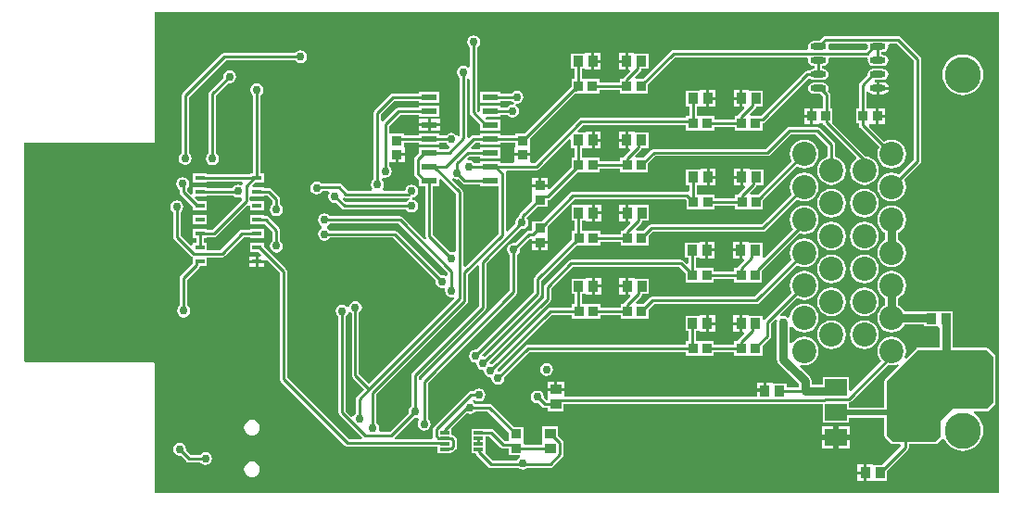
<source format=gbl>
G04*
G04 #@! TF.GenerationSoftware,Altium Limited,Altium Designer,20.0.11 (256)*
G04*
G04 Layer_Physical_Order=2*
G04 Layer_Color=16711680*
%FSLAX25Y25*%
%MOIN*%
G70*
G01*
G75*
%ADD13C,0.01000*%
%ADD16R,0.03543X0.03937*%
%ADD17R,0.03937X0.03543*%
%ADD26R,0.03740X0.03347*%
%ADD27R,0.03347X0.03740*%
%ADD28R,0.03500X0.01654*%
%ADD29R,0.05709X0.02362*%
%ADD30O,0.05709X0.02362*%
%ADD60C,0.03000*%
%ADD61C,0.12992*%
%ADD62C,0.08661*%
%ADD63C,0.03000*%
%ADD64R,0.07874X0.05906*%
%ADD65R,0.07874X0.14961*%
%ADD66R,0.03543X0.01181*%
%ADD67C,0.02000*%
G36*
X398984Y1020D02*
X95304D01*
Y47244D01*
X95242Y47556D01*
X95065Y47821D01*
X94800Y47998D01*
X94488Y48060D01*
X48759D01*
X48264Y48555D01*
X48265Y126940D01*
X94488D01*
X94800Y127002D01*
X95065Y127179D01*
X95242Y127444D01*
X95304Y127756D01*
Y173980D01*
X398984D01*
Y1020D01*
D02*
G37*
%LPC*%
G36*
X255528Y159268D02*
X253256D01*
Y156799D01*
X255528D01*
Y159268D01*
D02*
G37*
G36*
X264362D02*
X262090D01*
Y156799D01*
X264362D01*
Y159268D01*
D02*
G37*
G36*
X147638Y160268D02*
X146740Y160090D01*
X145980Y159581D01*
X145757Y159249D01*
X120128D01*
X119621Y159148D01*
X119191Y158861D01*
X105164Y144834D01*
X104877Y144404D01*
X104776Y143896D01*
Y123250D01*
X104443Y123028D01*
X103935Y122267D01*
X103756Y121370D01*
X103935Y120472D01*
X104443Y119712D01*
X105204Y119203D01*
X106101Y119025D01*
X106999Y119203D01*
X107759Y119712D01*
X108268Y120472D01*
X108446Y121370D01*
X108268Y122267D01*
X107759Y123028D01*
X107427Y123250D01*
Y143347D01*
X120677Y156598D01*
X145757D01*
X145980Y156265D01*
X146740Y155757D01*
X147638Y155578D01*
X148535Y155757D01*
X149296Y156265D01*
X149804Y157026D01*
X149983Y157923D01*
X149804Y158821D01*
X149296Y159581D01*
X148535Y160090D01*
X147638Y160268D01*
D02*
G37*
G36*
X264362Y155799D02*
X262090D01*
Y153331D01*
X264362D01*
Y155799D01*
D02*
G37*
G36*
X255528D02*
X253256D01*
Y153331D01*
X255528D01*
Y155799D01*
D02*
G37*
G36*
X122131Y153132D02*
X121233Y152954D01*
X120472Y152446D01*
X119964Y151685D01*
X119786Y150787D01*
X119864Y150395D01*
X114933Y145464D01*
X114646Y145034D01*
X114545Y144527D01*
Y123140D01*
X114212Y122918D01*
X113704Y122157D01*
X113525Y121260D01*
X113704Y120362D01*
X114212Y119602D01*
X114973Y119093D01*
X115870Y118915D01*
X116768Y119093D01*
X117529Y119602D01*
X118037Y120362D01*
X118216Y121260D01*
X118037Y122157D01*
X117529Y122918D01*
X117196Y123140D01*
Y143978D01*
X121738Y148520D01*
X122131Y148442D01*
X123028Y148621D01*
X123789Y149129D01*
X124297Y149890D01*
X124476Y150787D01*
X124297Y151685D01*
X123789Y152446D01*
X123028Y152954D01*
X122131Y153132D01*
D02*
G37*
G36*
X356988Y148858D02*
X355815D01*
Y147134D01*
X359113D01*
X359043Y147485D01*
X358561Y148206D01*
X357839Y148688D01*
X356988Y148858D01*
D02*
G37*
G36*
X359113Y146134D02*
X355815D01*
Y144410D01*
X356988D01*
X357839Y144579D01*
X358561Y145061D01*
X359043Y145783D01*
X359113Y146134D01*
D02*
G37*
G36*
X356988Y153654D02*
X353642D01*
X352869Y153500D01*
X352213Y153062D01*
X351776Y152407D01*
X351622Y151634D01*
X351646Y151513D01*
X348866Y148732D01*
X348579Y148302D01*
X348478Y147795D01*
Y139284D01*
X347428D01*
Y133944D01*
X348478D01*
Y133366D01*
X348579Y132859D01*
X348866Y132429D01*
X355763Y125532D01*
X355755Y125521D01*
X355238Y124273D01*
X355061Y122933D01*
X355238Y121594D01*
X355755Y120346D01*
X356577Y119274D01*
X357649Y118451D01*
X358897Y117934D01*
X360236Y117758D01*
X361576Y117934D01*
X362824Y118451D01*
X363896Y119274D01*
X364718Y120346D01*
X365235Y121594D01*
X365411Y122933D01*
X365235Y124273D01*
X364718Y125521D01*
X363896Y126592D01*
X362824Y127415D01*
X361576Y127932D01*
X360236Y128108D01*
X358897Y127932D01*
X357649Y127415D01*
X357638Y127406D01*
X352273Y132771D01*
X352315Y133718D01*
X352346Y133744D01*
X354520D01*
Y136614D01*
Y139484D01*
X352346D01*
Y139284D01*
X351129D01*
Y145209D01*
X351829Y145422D01*
X352069Y145061D01*
X352791Y144579D01*
X353642Y144410D01*
X354815D01*
Y146634D01*
Y148858D01*
X354404D01*
X354326Y148918D01*
X354061Y149558D01*
X354118Y149614D01*
X356988D01*
X357761Y149768D01*
X358417Y150206D01*
X358854Y150861D01*
X359008Y151634D01*
X358854Y152407D01*
X358417Y153062D01*
X357761Y153500D01*
X356988Y153654D01*
D02*
G37*
G36*
X385827Y158808D02*
X384397Y158667D01*
X383021Y158250D01*
X381754Y157572D01*
X380643Y156660D01*
X379731Y155550D01*
X379053Y154282D01*
X378636Y152907D01*
X378495Y151476D01*
X378636Y150046D01*
X379053Y148671D01*
X379731Y147403D01*
X380643Y146292D01*
X381754Y145381D01*
X383021Y144703D01*
X384397Y144286D01*
X385827Y144145D01*
X387257Y144286D01*
X388632Y144703D01*
X389900Y145381D01*
X391011Y146292D01*
X391923Y147403D01*
X392600Y148671D01*
X393017Y150046D01*
X393158Y151476D01*
X393017Y152907D01*
X392600Y154282D01*
X391923Y155550D01*
X391011Y156660D01*
X389900Y157572D01*
X388632Y158250D01*
X387257Y158667D01*
X385827Y158808D01*
D02*
G37*
G36*
X335531Y148654D02*
X332185D01*
X331412Y148500D01*
X330757Y148062D01*
X330319Y147407D01*
X330165Y146634D01*
X330319Y145861D01*
X330757Y145206D01*
X331412Y144768D01*
X332185Y144614D01*
X334548D01*
X335486Y143676D01*
Y139284D01*
X334071D01*
Y139484D01*
X331898D01*
Y136614D01*
Y133744D01*
X334071D01*
Y133944D01*
X335566D01*
X335587Y133843D01*
X335874Y133413D01*
X347415Y121872D01*
X347369Y121174D01*
X346734Y120687D01*
X345912Y119615D01*
X345395Y118367D01*
X345219Y117028D01*
X345395Y115688D01*
X345912Y114440D01*
X346734Y113368D01*
X347806Y112546D01*
X349054Y112029D01*
X350394Y111853D01*
X351733Y112029D01*
X352981Y112546D01*
X354053Y113368D01*
X354875Y114440D01*
X355392Y115688D01*
X355569Y117028D01*
X355392Y118367D01*
X354875Y119615D01*
X354053Y120687D01*
X352981Y121509D01*
X351733Y122026D01*
X350900Y122136D01*
X338989Y134047D01*
Y139284D01*
X338137D01*
Y144225D01*
X338137Y144225D01*
X338036Y144732D01*
X337748Y145162D01*
X337258Y145652D01*
X337398Y145861D01*
X337551Y146634D01*
X337398Y147407D01*
X336960Y148062D01*
X336304Y148500D01*
X335531Y148654D01*
D02*
G37*
G36*
X357693Y139484D02*
X355520D01*
Y137114D01*
X357693D01*
Y139484D01*
D02*
G37*
G36*
X330898Y139484D02*
X328724D01*
Y137114D01*
X330898D01*
Y139484D01*
D02*
G37*
G36*
X197752Y135626D02*
X194398D01*
Y133945D01*
X197752D01*
Y135626D01*
D02*
G37*
G36*
X193398D02*
X190043D01*
Y133945D01*
X193398D01*
Y135626D01*
D02*
G37*
G36*
X357693Y136114D02*
X355520D01*
Y133744D01*
X357693D01*
Y136114D01*
D02*
G37*
G36*
X330898Y136114D02*
X328724D01*
Y133744D01*
X330898D01*
Y136114D01*
D02*
G37*
G36*
X197752Y132945D02*
X194398D01*
Y131264D01*
X197752D01*
Y132945D01*
D02*
G37*
G36*
X193398D02*
X190043D01*
Y131264D01*
X193398D01*
Y132945D01*
D02*
G37*
G36*
X255626Y130921D02*
X253354D01*
Y128453D01*
X255626D01*
Y130921D01*
D02*
G37*
G36*
X264461D02*
X262189D01*
Y128453D01*
X264461D01*
Y130921D01*
D02*
G37*
G36*
Y127453D02*
X262189D01*
Y124984D01*
X264461D01*
Y127453D01*
D02*
G37*
G36*
X255626D02*
X253354D01*
Y124984D01*
X255626D01*
Y127453D01*
D02*
G37*
G36*
X185153Y122236D02*
X182783D01*
Y120063D01*
X185153D01*
Y122236D01*
D02*
G37*
G36*
X131890Y148408D02*
X130992Y148230D01*
X130231Y147721D01*
X129723Y146960D01*
X129545Y146063D01*
X129723Y145166D01*
X130231Y144405D01*
X130564Y144182D01*
Y115938D01*
X129340D01*
Y115637D01*
X113967D01*
Y115938D01*
X108867D01*
Y112684D01*
X113967D01*
Y112986D01*
X126367D01*
X126799Y112285D01*
X126624Y111920D01*
X126094Y111714D01*
X125197Y111892D01*
X124299Y111714D01*
X123539Y111205D01*
X123159Y110636D01*
X113967D01*
Y110938D01*
X108867D01*
Y108727D01*
X108221Y108459D01*
X106874Y109806D01*
Y110621D01*
X107332Y111307D01*
X107511Y112205D01*
X107332Y113102D01*
X106824Y113863D01*
X106063Y114371D01*
X105166Y114550D01*
X104268Y114371D01*
X103508Y113863D01*
X102999Y113102D01*
X102821Y112205D01*
X102999Y111307D01*
X103508Y110547D01*
X104223Y110069D01*
Y109257D01*
X104324Y108749D01*
X104611Y108319D01*
X108867Y104063D01*
Y102684D01*
X113967D01*
Y105938D01*
X110742D01*
X109642Y107037D01*
X109910Y107684D01*
X113967D01*
Y107986D01*
X123474D01*
X123539Y107889D01*
X124299Y107381D01*
X125197Y107202D01*
X125840Y107330D01*
X126468Y106910D01*
X126525Y106352D01*
X115809Y95636D01*
X113967D01*
Y95938D01*
X108867D01*
Y92684D01*
X110092D01*
Y90938D01*
X108867D01*
Y90235D01*
X108221Y89967D01*
X104475Y93713D01*
Y102057D01*
X104808Y102279D01*
X105316Y103040D01*
X105495Y103937D01*
X105316Y104834D01*
X104808Y105595D01*
X104047Y106104D01*
X103150Y106282D01*
X102252Y106104D01*
X101491Y105595D01*
X100983Y104834D01*
X100804Y103937D01*
X100983Y103040D01*
X101491Y102279D01*
X101824Y102057D01*
Y93164D01*
X101925Y92656D01*
X102212Y92226D01*
X108192Y86247D01*
X108622Y85960D01*
X108867Y85911D01*
Y84112D01*
X108842Y83984D01*
Y83610D01*
X104575Y79343D01*
X104287Y78913D01*
X104186Y78405D01*
Y68416D01*
X103854Y68194D01*
X103345Y67433D01*
X103167Y66535D01*
X103345Y65638D01*
X103854Y64877D01*
X104614Y64369D01*
X105512Y64190D01*
X106409Y64369D01*
X107170Y64877D01*
X107678Y65638D01*
X107857Y66535D01*
X107678Y67433D01*
X107170Y68194D01*
X106837Y68416D01*
Y77856D01*
X111105Y82124D01*
X111392Y82554D01*
X111418Y82684D01*
X113967D01*
Y85859D01*
X119468D01*
X119975Y85960D01*
X120405Y86247D01*
X127144Y92986D01*
X129340D01*
Y92684D01*
X134440D01*
Y95938D01*
X129340D01*
Y95636D01*
X126594D01*
X126087Y95536D01*
X125657Y95248D01*
X118919Y88510D01*
X113967D01*
Y90938D01*
X112743D01*
Y92684D01*
X113967D01*
Y92986D01*
X116358D01*
X116866Y93086D01*
X117296Y93374D01*
X128640Y104718D01*
X129340Y104428D01*
Y102684D01*
X134440D01*
Y105938D01*
X130017D01*
X129340Y105949D01*
X129322Y106631D01*
Y106992D01*
X129340Y107684D01*
X134440D01*
Y107986D01*
X135711D01*
X137552Y106144D01*
Y104833D01*
X137220Y104611D01*
X136711Y103850D01*
X136533Y102953D01*
X136711Y102055D01*
X137220Y101295D01*
X137980Y100786D01*
X138878Y100608D01*
X139775Y100786D01*
X140536Y101295D01*
X141044Y102055D01*
X141223Y102953D01*
X141044Y103850D01*
X140536Y104611D01*
X140203Y104833D01*
Y106693D01*
X140103Y107200D01*
X139815Y107630D01*
X137197Y110248D01*
X136767Y110536D01*
X136260Y110636D01*
X134440D01*
Y110938D01*
X130382D01*
X130114Y111584D01*
X131214Y112684D01*
X134440D01*
Y115938D01*
X133215D01*
Y144182D01*
X133548Y144405D01*
X134056Y145166D01*
X134235Y146063D01*
X134056Y146960D01*
X133548Y147721D01*
X132787Y148230D01*
X131890Y148408D01*
D02*
G37*
G36*
X209842Y165583D02*
X208945Y165405D01*
X208184Y164896D01*
X207676Y164136D01*
X207498Y163238D01*
X207676Y162341D01*
X208184Y161580D01*
X208517Y161358D01*
Y154424D01*
X208318Y154281D01*
X207817Y154114D01*
X207197Y154529D01*
X206299Y154707D01*
X205402Y154529D01*
X204641Y154020D01*
X204133Y153260D01*
X203954Y152362D01*
X204133Y151465D01*
X204641Y150704D01*
X204974Y150482D01*
Y129651D01*
X204679Y129434D01*
X203799Y129600D01*
X203627Y129857D01*
X202866Y130365D01*
X201969Y130544D01*
X201071Y130365D01*
X200310Y129857D01*
X200170Y129647D01*
X197552D01*
Y130426D01*
X190243D01*
Y129770D01*
X184953D01*
Y130328D01*
X180077D01*
X179613Y130328D01*
X179377Y130930D01*
Y133014D01*
X183482Y137119D01*
X190243D01*
Y136464D01*
X197552D01*
Y140426D01*
X190243D01*
Y139770D01*
X182933D01*
X182933Y139770D01*
X182426Y139670D01*
X181996Y139382D01*
X177277Y134663D01*
X176634Y134874D01*
X176577Y134919D01*
Y137285D01*
X181411Y142119D01*
X190243D01*
Y141464D01*
X197552D01*
Y145426D01*
X190243D01*
Y144770D01*
X180862D01*
X180355Y144669D01*
X179925Y144382D01*
X174314Y138771D01*
X174027Y138341D01*
X173926Y137834D01*
Y113790D01*
X173593Y113568D01*
X173085Y112807D01*
X172906Y111909D01*
X173085Y111012D01*
X173397Y110544D01*
X173038Y109844D01*
X164471D01*
X162409Y111907D01*
X161979Y112194D01*
X161472Y112295D01*
X155066D01*
X155005Y112387D01*
X154244Y112895D01*
X153347Y113073D01*
X152449Y112895D01*
X151688Y112387D01*
X151180Y111626D01*
X151001Y110728D01*
X151180Y109831D01*
X151688Y109070D01*
X152449Y108562D01*
X153347Y108383D01*
X154244Y108562D01*
X155005Y109070D01*
X155388Y109644D01*
X157647D01*
X158021Y108944D01*
X157774Y108575D01*
X157596Y107677D01*
X157774Y106780D01*
X158283Y106019D01*
X159044Y105511D01*
X159941Y105332D01*
X160333Y105410D01*
X162449Y103295D01*
X162879Y103008D01*
X163386Y102907D01*
X185619D01*
X185842Y102574D01*
X186603Y102066D01*
X187500Y101887D01*
X188397Y102066D01*
X189158Y102574D01*
X189667Y103335D01*
X189845Y104232D01*
X189667Y105130D01*
X189158Y105891D01*
X188397Y106399D01*
X187939Y106490D01*
X187746Y106550D01*
X187723Y106558D01*
X187723Y107247D01*
X187957Y107293D01*
X188397Y107381D01*
X189158Y107889D01*
X189667Y108650D01*
X189845Y109547D01*
X189667Y110445D01*
X189158Y111205D01*
X188397Y111714D01*
X187500Y111892D01*
X186603Y111714D01*
X185842Y111205D01*
X185333Y110445D01*
X185214Y109844D01*
X177464D01*
X177105Y110544D01*
X177418Y111012D01*
X177596Y111909D01*
X177418Y112807D01*
X176909Y113568D01*
X176935Y113992D01*
X177606Y114476D01*
X178051Y114387D01*
X178949Y114566D01*
X179709Y115074D01*
X180218Y115835D01*
X180396Y116732D01*
X180218Y117630D01*
X179709Y118391D01*
X179377Y118613D01*
Y119378D01*
X179413Y120063D01*
X180077Y120063D01*
X181783D01*
Y122736D01*
X182283D01*
Y123236D01*
X185153D01*
Y125409D01*
X184953D01*
Y127119D01*
X190243D01*
Y126464D01*
X197552D01*
Y126996D01*
X200006D01*
X200310Y126541D01*
X200967Y126102D01*
X201202Y125347D01*
X200625Y124770D01*
X197552D01*
Y125426D01*
X190243D01*
Y123338D01*
X188806Y121901D01*
X188519Y121471D01*
X188418Y120964D01*
Y115926D01*
X188519Y115419D01*
X188806Y114989D01*
X190243Y113551D01*
Y111464D01*
X192572D01*
Y93504D01*
X192673Y92997D01*
X192960Y92567D01*
X192455Y92097D01*
X184402Y100150D01*
X183972Y100437D01*
X183465Y100538D01*
X158081D01*
X157859Y100871D01*
X157098Y101379D01*
X156201Y101558D01*
X155303Y101379D01*
X154543Y100871D01*
X154034Y100110D01*
X153856Y99213D01*
X154034Y98315D01*
X154543Y97554D01*
X155272Y97067D01*
X155303Y96849D01*
Y96556D01*
X155272Y96339D01*
X154543Y95851D01*
X154034Y95090D01*
X153856Y94193D01*
X154034Y93296D01*
X154543Y92535D01*
X155303Y92026D01*
X156201Y91848D01*
X157098Y92026D01*
X157859Y92535D01*
X158081Y92867D01*
X180835D01*
X196158Y77544D01*
X196080Y77152D01*
X196259Y76254D01*
X196767Y75494D01*
X197528Y74985D01*
X198425Y74807D01*
X199072Y74936D01*
X199598Y74466D01*
X199638Y74389D01*
X199525Y73819D01*
X199704Y72922D01*
X200212Y72161D01*
X200973Y71652D01*
X201870Y71474D01*
X202616Y71622D01*
X202999Y71113D01*
X203029Y71045D01*
X172285Y40301D01*
X168648Y43937D01*
Y65934D01*
X168981Y66157D01*
X169489Y66918D01*
X169668Y67815D01*
X169489Y68712D01*
X168981Y69473D01*
X168220Y69981D01*
X167323Y70160D01*
X166425Y69981D01*
X165665Y69473D01*
X165156Y68712D01*
X165048Y68170D01*
X164305Y68022D01*
X164257Y68095D01*
X163496Y68604D01*
X162598Y68782D01*
X161701Y68604D01*
X160940Y68095D01*
X160432Y67334D01*
X160253Y66437D01*
X160432Y65540D01*
X160940Y64779D01*
X161273Y64556D01*
Y29899D01*
X161374Y29391D01*
X161661Y28961D01*
X169720Y20903D01*
X169582Y20386D01*
X169454Y20203D01*
X165136D01*
X142664Y42675D01*
Y80785D01*
X142664Y80785D01*
X142563Y81293D01*
X142276Y81723D01*
X134440Y89559D01*
Y90938D01*
X129340D01*
Y87684D01*
X132565D01*
X133465Y86784D01*
X133197Y86138D01*
X132390D01*
Y84811D01*
X134920D01*
X135286Y84963D01*
X140013Y80236D01*
Y42126D01*
X140114Y41619D01*
X140401Y41189D01*
X163650Y17940D01*
X164080Y17653D01*
X164587Y17552D01*
X196838D01*
Y15440D01*
X201981D01*
Y15635D01*
X202227Y15684D01*
X202657Y15971D01*
X203418Y16733D01*
X203706Y17163D01*
X203807Y17670D01*
Y19928D01*
X203706Y20436D01*
X203418Y20865D01*
X202657Y21627D01*
X202227Y21914D01*
X201981Y21963D01*
Y24127D01*
X201981D01*
X201867Y24402D01*
X207320Y29855D01*
X207666Y29625D01*
X208563Y29446D01*
X209460Y29625D01*
X210221Y30133D01*
X210443Y30466D01*
X214904D01*
X222527Y22843D01*
X222527Y19771D01*
X221887Y19625D01*
X221085D01*
X217036Y23674D01*
X216606Y23961D01*
X216099Y24062D01*
X214186D01*
Y24127D01*
X209043D01*
Y19377D01*
Y15440D01*
X210547D01*
X210587Y15241D01*
X210874Y14811D01*
X215205Y10480D01*
X215634Y10193D01*
X216142Y10092D01*
X225992D01*
X226662Y9645D01*
X227559Y9466D01*
X228456Y9645D01*
X229126Y10092D01*
X237390D01*
X237897Y10193D01*
X238327Y10480D01*
X241862Y14015D01*
X242149Y14445D01*
X242250Y14952D01*
Y19103D01*
X242149Y19610D01*
X241862Y20040D01*
X240865Y21036D01*
X240664Y21171D01*
X240190Y21645D01*
Y24914D01*
X234653D01*
Y20299D01*
X234653Y19771D01*
X234653D01*
Y19599D01*
X234653D01*
Y18451D01*
X228362D01*
X227867Y18946D01*
X227867Y19599D01*
X227867Y20299D01*
Y24717D01*
X224401D01*
X216390Y32729D01*
X215960Y33016D01*
X215453Y33117D01*
X210443D01*
X210221Y33450D01*
X209773Y33749D01*
X209596Y34444D01*
X210153Y34562D01*
X210914Y34054D01*
X211811Y33875D01*
X212708Y34054D01*
X213469Y34562D01*
X213978Y35323D01*
X214156Y36220D01*
X213978Y37118D01*
X213469Y37879D01*
X212708Y38387D01*
X211811Y38565D01*
X210914Y38387D01*
X210153Y37879D01*
X209930Y37546D01*
X208693D01*
X208186Y37445D01*
X207756Y37158D01*
X195401Y24803D01*
X195113Y24373D01*
X195012Y23865D01*
Y21607D01*
X195113Y21100D01*
X195245Y20903D01*
X194936Y20203D01*
X181606D01*
X181478Y20386D01*
X181340Y20903D01*
X188387Y27950D01*
X188779Y27872D01*
X189668Y28048D01*
X189703Y28031D01*
X190280Y27611D01*
X190286Y27321D01*
X189861Y26685D01*
X189682Y25787D01*
X189861Y24890D01*
X190369Y24129D01*
X191130Y23621D01*
X192028Y23442D01*
X192925Y23621D01*
X193686Y24129D01*
X194194Y24890D01*
X194373Y25787D01*
X194194Y26685D01*
X193686Y27446D01*
X193353Y27668D01*
Y40543D01*
X225248Y72439D01*
X225536Y72869D01*
X225637Y73376D01*
Y86801D01*
X225969Y87023D01*
X226478Y87784D01*
X226656Y88681D01*
X226578Y89074D01*
X230091Y92587D01*
X230791Y92300D01*
Y91642D01*
X236531D01*
Y93815D01*
X236332D01*
Y96859D01*
X246120Y106647D01*
X286065D01*
X286503Y106209D01*
Y102940D01*
X290921D01*
X291450Y102940D01*
X292150Y102940D01*
X296568D01*
Y104285D01*
X303924D01*
Y102940D01*
X308343D01*
X308871Y102940D01*
X309571Y102940D01*
X313989D01*
Y106406D01*
X326086Y118503D01*
X326153Y118451D01*
X327401Y117934D01*
X328740Y117758D01*
X330080Y117934D01*
X331328Y118451D01*
X332399Y119274D01*
X333222Y120346D01*
X333739Y121594D01*
X333915Y122933D01*
X333739Y124273D01*
X333222Y125521D01*
X332399Y126592D01*
X331328Y127415D01*
X330080Y127932D01*
X328740Y128108D01*
X327401Y127932D01*
X326153Y127415D01*
X325081Y126592D01*
X324258Y125521D01*
X323742Y124273D01*
X323565Y122933D01*
X323742Y121594D01*
X324235Y120401D01*
X312115Y108280D01*
X309570D01*
X309280Y108980D01*
X311280Y110980D01*
X311567Y111410D01*
X311644Y111798D01*
X314186D01*
Y117335D01*
X309071D01*
Y117535D01*
X306799D01*
Y114567D01*
Y111598D01*
X307235D01*
X307502Y110952D01*
X305460Y108910D01*
X305173Y108480D01*
X305133Y108280D01*
X303924D01*
Y106936D01*
X296568D01*
Y108280D01*
X292150D01*
X291621Y108280D01*
X290921Y108280D01*
X290203D01*
Y111798D01*
X291421D01*
Y111598D01*
X293693D01*
Y114567D01*
Y117535D01*
X291421D01*
Y117335D01*
X286306D01*
Y111798D01*
X287552D01*
Y109751D01*
X287456Y109626D01*
X286853Y109250D01*
X286614Y109298D01*
X245571D01*
X245064Y109197D01*
X244634Y108910D01*
X234457Y98733D01*
X230991D01*
Y95661D01*
X230771Y95440D01*
X229745D01*
X229238Y95340D01*
X228808Y95052D01*
X224704Y90948D01*
X224311Y91026D01*
X223414Y90848D01*
X222653Y90339D01*
X222145Y89578D01*
X221966Y88681D01*
X222145Y87784D01*
X222653Y87023D01*
X222986Y86801D01*
Y73925D01*
X191090Y42030D01*
X190803Y41600D01*
X190105Y41679D01*
Y42870D01*
X213958Y66723D01*
X214245Y67153D01*
X214346Y67660D01*
Y83633D01*
X226773Y96060D01*
X227165Y95982D01*
X228063Y96160D01*
X228824Y96669D01*
X229332Y97429D01*
X229510Y98327D01*
X229332Y99224D01*
X228873Y99910D01*
Y100031D01*
X232866Y104023D01*
X236332D01*
Y106344D01*
X236508D01*
X237015Y106445D01*
X237445Y106732D01*
X247039Y116326D01*
X249583D01*
X250111Y116326D01*
X250811Y116326D01*
X255229D01*
Y117671D01*
X262586D01*
Y116326D01*
X267004D01*
X267532Y116326D01*
X268232Y116326D01*
X272650D01*
Y119595D01*
X275254Y122198D01*
X315551D01*
X316058Y122299D01*
X316488Y122586D01*
X324073Y130171D01*
X332800D01*
X337257Y125713D01*
Y122028D01*
X337243Y122026D01*
X335995Y121509D01*
X334923Y120687D01*
X334101Y119615D01*
X333584Y118367D01*
X333408Y117028D01*
X333584Y115688D01*
X334101Y114440D01*
X334923Y113368D01*
X335995Y112546D01*
X337243Y112029D01*
X338583Y111853D01*
X339922Y112029D01*
X341170Y112546D01*
X342242Y113368D01*
X343064Y114440D01*
X343581Y115688D01*
X343758Y117028D01*
X343581Y118367D01*
X343064Y119615D01*
X342242Y120687D01*
X341170Y121509D01*
X339922Y122026D01*
X339908Y122028D01*
Y126262D01*
X339807Y126769D01*
X339520Y127199D01*
X334286Y132433D01*
X333856Y132721D01*
X333349Y132822D01*
X323524D01*
X323016Y132721D01*
X322586Y132433D01*
X315002Y124849D01*
X274705D01*
X274198Y124748D01*
X273767Y124461D01*
X270973Y121666D01*
X268231D01*
X267941Y122366D01*
X269941Y124366D01*
X270229Y124796D01*
X270306Y125184D01*
X272847D01*
Y130721D01*
X267732D01*
Y130921D01*
X265461D01*
Y127953D01*
X264961D01*
D01*
X265461D01*
Y124984D01*
X265896D01*
X266164Y124337D01*
X264122Y122295D01*
X263835Y121865D01*
X263795Y121666D01*
X262586D01*
Y120322D01*
X255229D01*
Y121666D01*
X250811D01*
X250283Y121666D01*
X249583Y121666D01*
X248865D01*
Y125184D01*
X250083D01*
Y124984D01*
X252354D01*
Y127953D01*
Y130921D01*
X250083D01*
Y130721D01*
X247518D01*
X247251Y131368D01*
X249203Y133320D01*
X286306D01*
Y131287D01*
X290724D01*
X291253Y131287D01*
X291953Y131287D01*
X296371D01*
Y132631D01*
X303728D01*
Y131287D01*
X308146D01*
X308674Y131287D01*
X309374Y131287D01*
X313792D01*
Y134025D01*
X314180Y134102D01*
X314611Y134389D01*
X330120Y149899D01*
X330757Y150206D01*
X331412Y149768D01*
X332185Y149614D01*
X335531D01*
X336304Y149768D01*
X336960Y150206D01*
X337398Y150861D01*
X337551Y151634D01*
X337398Y152407D01*
X336960Y153062D01*
X336304Y153500D01*
X335531Y153654D01*
X335184D01*
Y154614D01*
X335531D01*
X336304Y154768D01*
X336960Y155206D01*
X337398Y155861D01*
X337551Y156634D01*
X337457Y157108D01*
X337907Y157808D01*
X351202D01*
X351374Y157688D01*
X351526Y157518D01*
X351728Y157168D01*
X351622Y156634D01*
X351776Y155861D01*
X352213Y155206D01*
X352869Y154768D01*
X353642Y154614D01*
X356988D01*
X357761Y154768D01*
X358417Y155206D01*
X358854Y155861D01*
X359008Y156634D01*
X358854Y157407D01*
X358417Y158062D01*
X357761Y158500D01*
X356988Y158654D01*
X356640D01*
Y159614D01*
X356988D01*
X357761Y159768D01*
X358417Y160206D01*
X358854Y160861D01*
X359008Y161634D01*
X358917Y162090D01*
X359377Y162789D01*
X362108D01*
X368261Y156636D01*
Y121021D01*
X362835Y115595D01*
X362824Y115604D01*
X361576Y116121D01*
X360236Y116297D01*
X358897Y116121D01*
X357649Y115604D01*
X356577Y114781D01*
X355755Y113709D01*
X355238Y112461D01*
X355061Y111122D01*
X355238Y109783D01*
X355755Y108535D01*
X356577Y107463D01*
X357649Y106640D01*
X358897Y106123D01*
X360236Y105947D01*
X361576Y106123D01*
X362824Y106640D01*
X363896Y107463D01*
X364718Y108535D01*
X365235Y109783D01*
X365411Y111122D01*
X365235Y112461D01*
X364718Y113709D01*
X364709Y113721D01*
X370524Y119535D01*
X370811Y119965D01*
X370912Y120472D01*
Y157185D01*
X370811Y157692D01*
X370524Y158122D01*
X363594Y165052D01*
X363164Y165340D01*
X362657Y165440D01*
X336339D01*
X336339Y165440D01*
X335832Y165340D01*
X335402Y165052D01*
X334004Y163654D01*
X332185D01*
X331412Y163500D01*
X330757Y163062D01*
X330319Y162407D01*
X330165Y161634D01*
X330259Y161159D01*
X329809Y160459D01*
X281673D01*
X281166Y160358D01*
X280736Y160071D01*
X270677Y150013D01*
X268133D01*
X267843Y150713D01*
X269843Y152712D01*
X270130Y153142D01*
X270207Y153531D01*
X272749D01*
Y159068D01*
X267634D01*
Y159268D01*
X265362D01*
Y156299D01*
Y153331D01*
X265797D01*
X266065Y152684D01*
X264023Y150642D01*
X263736Y150212D01*
X263696Y150013D01*
X262487D01*
Y148668D01*
X255131D01*
Y150013D01*
X250713D01*
X250184Y150013D01*
X249484Y150013D01*
X248766D01*
Y153531D01*
X249984D01*
Y153331D01*
X252256D01*
Y156299D01*
Y159268D01*
X249984D01*
Y159068D01*
X244869D01*
Y153531D01*
X246115D01*
Y150013D01*
X245066D01*
Y147128D01*
X244740Y146910D01*
X228158Y130328D01*
X224692D01*
Y129770D01*
X219599D01*
Y130426D01*
X212291D01*
Y129770D01*
X209921D01*
X209414Y129669D01*
X208984Y129382D01*
X208325Y128723D01*
X207625Y129013D01*
Y149936D01*
X207817Y150077D01*
X208517Y149722D01*
Y137874D01*
X208618Y137367D01*
X208905Y136937D01*
X212291Y133552D01*
Y131464D01*
X219599D01*
Y135426D01*
X214298D01*
X214024Y135771D01*
X214334Y136464D01*
X219599D01*
Y137119D01*
X221997D01*
X222220Y136787D01*
X222980Y136278D01*
X223878Y136100D01*
X224775Y136278D01*
X225536Y136787D01*
X226045Y137548D01*
X226223Y138445D01*
X226045Y139342D01*
X225536Y140103D01*
X224968Y140482D01*
X225241Y141142D01*
X225453Y141100D01*
X226350Y141278D01*
X227111Y141787D01*
X227619Y142548D01*
X227798Y143445D01*
X227619Y144342D01*
X227111Y145103D01*
X226350Y145611D01*
X225453Y145790D01*
X224555Y145611D01*
X223795Y145103D01*
X223572Y144770D01*
X219599D01*
Y145426D01*
X212291D01*
Y141464D01*
X219599D01*
Y142119D01*
X223572D01*
X223795Y141787D01*
X224362Y141407D01*
X224089Y140748D01*
X223878Y140790D01*
X222980Y140611D01*
X222220Y140103D01*
X221997Y139770D01*
X219599D01*
Y140426D01*
X212291D01*
Y138215D01*
X211644Y137947D01*
X211168Y138423D01*
Y161358D01*
X211501Y161580D01*
X212009Y162341D01*
X212188Y163238D01*
X212009Y164136D01*
X211501Y164896D01*
X210740Y165405D01*
X209842Y165583D01*
D02*
G37*
G36*
X296965Y117535D02*
X294693D01*
Y115067D01*
X296965D01*
Y117535D01*
D02*
G37*
G36*
X305799D02*
X303528D01*
Y115067D01*
X305799D01*
Y117535D01*
D02*
G37*
G36*
Y114067D02*
X303528D01*
Y111598D01*
X305799D01*
Y114067D01*
D02*
G37*
G36*
X296965D02*
X294693D01*
Y111598D01*
X296965D01*
Y114067D01*
D02*
G37*
G36*
X328740Y116297D02*
X327401Y116121D01*
X326153Y115604D01*
X325081Y114781D01*
X324258Y113709D01*
X323742Y112461D01*
X323565Y111122D01*
X323742Y109783D01*
X324258Y108535D01*
X324267Y108523D01*
X313329Y97585D01*
X273721D01*
X273213Y97484D01*
X272783Y97197D01*
X271071Y95485D01*
X268330D01*
X268040Y96185D01*
X270040Y98185D01*
X270327Y98615D01*
X270404Y99003D01*
X272946D01*
Y104540D01*
X267831D01*
Y104740D01*
X265559D01*
Y101772D01*
Y98803D01*
X265994D01*
X266262Y98156D01*
X264220Y96114D01*
X263933Y95684D01*
X263893Y95485D01*
X262684D01*
Y94140D01*
X255328D01*
Y95485D01*
X250909D01*
X250381Y95485D01*
X249681Y95485D01*
X248963D01*
Y99003D01*
X250181D01*
Y98803D01*
X252453D01*
Y101772D01*
Y104740D01*
X250181D01*
Y104540D01*
X245066D01*
Y99003D01*
X246312D01*
Y95485D01*
X245263D01*
Y92216D01*
X232035Y78988D01*
X231748Y78558D01*
X231647Y78051D01*
Y73285D01*
X210924Y52562D01*
X210531Y52640D01*
X209634Y52462D01*
X208873Y51954D01*
X208365Y51193D01*
X208187Y50295D01*
X208365Y49398D01*
X208873Y48637D01*
X209634Y48129D01*
X210239Y48008D01*
X210664Y47741D01*
X210932Y47316D01*
X211052Y46711D01*
X211560Y45950D01*
X212321Y45442D01*
X212926Y45321D01*
X213351Y45053D01*
X213619Y44629D01*
X213739Y44024D01*
X214247Y43263D01*
X215008Y42755D01*
X215905Y42576D01*
X216248Y42234D01*
X216426Y41337D01*
X216934Y40576D01*
X217695Y40068D01*
X218593Y39889D01*
X219490Y40068D01*
X220251Y40576D01*
X220759Y41337D01*
X220938Y42234D01*
X220860Y42627D01*
X229959Y51726D01*
X286208D01*
Y50381D01*
X290626D01*
X291154Y50381D01*
X291854Y50381D01*
X296272D01*
Y51726D01*
X303629D01*
Y50381D01*
X308047D01*
X308576Y50381D01*
X309276Y50381D01*
X313694D01*
Y53847D01*
X316390Y56543D01*
X316677Y56973D01*
X316778Y57480D01*
Y61853D01*
X318486Y63560D01*
X318554Y63531D01*
X319063Y63147D01*
X318915Y62402D01*
Y49114D01*
X319093Y48217D01*
X319602Y47456D01*
X326789Y40269D01*
Y39022D01*
X322453D01*
Y40465D01*
X317339D01*
Y40665D01*
X315067D01*
Y37697D01*
X314567D01*
Y37197D01*
X311795D01*
Y35570D01*
X242339D01*
Y37787D01*
X239370D01*
X236402D01*
Y35516D01*
X236602D01*
Y34492D01*
X235902Y34378D01*
X235043Y35237D01*
X235121Y35630D01*
X234942Y36527D01*
X234434Y37288D01*
X233673Y37797D01*
X232776Y37975D01*
X231878Y37797D01*
X231117Y37288D01*
X230609Y36527D01*
X230431Y35630D01*
X230609Y34732D01*
X231117Y33972D01*
X231878Y33463D01*
X232776Y33285D01*
X233168Y33363D01*
X234496Y32035D01*
X234926Y31748D01*
X235433Y31647D01*
X236602D01*
Y30401D01*
X242139D01*
Y32919D01*
X335519D01*
Y26267D01*
X344993D01*
Y28184D01*
X357649D01*
Y21759D01*
X357649Y21759D01*
X357711Y21447D01*
X357888Y21182D01*
X357888Y21182D01*
X360257Y18813D01*
X360257Y18813D01*
X360521Y18636D01*
X360834Y18574D01*
X360834Y18574D01*
X363264D01*
X363539Y17874D01*
X356701Y11036D01*
X353461D01*
Y11236D01*
X351189D01*
Y8268D01*
Y5299D01*
X353461D01*
Y5499D01*
X358576D01*
Y9162D01*
X365996Y16582D01*
X366284Y17012D01*
X366385Y17520D01*
Y18574D01*
X375984D01*
X375984Y18574D01*
X376296Y18636D01*
X376561Y18813D01*
X376561Y18813D01*
X378356Y20607D01*
X378561Y20640D01*
X378966Y20584D01*
X379176Y20489D01*
X379731Y19451D01*
X380643Y18340D01*
X381754Y17428D01*
X383021Y16750D01*
X384397Y16333D01*
X385827Y16192D01*
X387257Y16333D01*
X388632Y16750D01*
X389900Y17428D01*
X391011Y18340D01*
X391923Y19451D01*
X392600Y20718D01*
X393017Y22093D01*
X393158Y23524D01*
X393017Y24954D01*
X392600Y26329D01*
X391923Y27597D01*
X391011Y28708D01*
X389900Y29619D01*
X389777Y29685D01*
X389952Y30385D01*
X394587Y30385D01*
X394587Y30385D01*
X394899Y30447D01*
X395163Y30624D01*
X395163Y30624D01*
X397329Y32789D01*
X397329Y32789D01*
X397505Y33054D01*
X397568Y33366D01*
X397568Y33366D01*
X397568Y50000D01*
X397568Y50000D01*
X397505Y50312D01*
X397329Y50577D01*
X397329Y50577D01*
X394868Y53037D01*
X394868Y53037D01*
X394603Y53214D01*
X394291Y53276D01*
X394291Y53276D01*
X382069Y53276D01*
Y60913D01*
X382296D01*
Y66450D01*
X377681D01*
X377153Y66450D01*
X376453Y66450D01*
X371838D01*
Y66223D01*
X364818D01*
X364718Y66465D01*
X363896Y67537D01*
X362824Y68360D01*
X362581Y68460D01*
Y71107D01*
X362824Y71207D01*
X363896Y72030D01*
X364718Y73102D01*
X365235Y74350D01*
X365411Y75689D01*
X365235Y77028D01*
X364718Y78276D01*
X363896Y79348D01*
X362824Y80171D01*
X361576Y80688D01*
X360236Y80864D01*
X358897Y80688D01*
X357649Y80171D01*
X356577Y79348D01*
X355755Y78276D01*
X355238Y77028D01*
X355061Y75689D01*
X355238Y74350D01*
X355755Y73102D01*
X356577Y72030D01*
X357649Y71207D01*
X357891Y71107D01*
Y68460D01*
X357649Y68360D01*
X356577Y67537D01*
X355755Y66465D01*
X355238Y65217D01*
X355061Y63878D01*
X355238Y62539D01*
X355755Y61291D01*
X356577Y60219D01*
X357649Y59396D01*
X358897Y58879D01*
X360236Y58703D01*
X361576Y58879D01*
X362824Y59396D01*
X363896Y60219D01*
X364718Y61291D01*
X364818Y61533D01*
X371838D01*
Y60913D01*
X376453D01*
X376981Y60913D01*
X377379Y60378D01*
Y53276D01*
X369587Y53276D01*
X369587Y53276D01*
X369274Y53214D01*
X369010Y53037D01*
X365492Y49520D01*
X364899Y49916D01*
X365235Y50728D01*
X365411Y52067D01*
X365235Y53406D01*
X364718Y54654D01*
X363896Y55726D01*
X362824Y56549D01*
X361576Y57066D01*
X360236Y57242D01*
X358897Y57066D01*
X357649Y56549D01*
X356577Y55726D01*
X355755Y54654D01*
X355238Y53406D01*
X355061Y52067D01*
X355238Y50728D01*
X355755Y49479D01*
X356519Y48484D01*
X345640Y37605D01*
X344993Y37873D01*
Y42828D01*
X335519D01*
Y40042D01*
X331479D01*
Y41240D01*
X331479Y41240D01*
X331300Y42138D01*
X330792Y42898D01*
X330792Y42898D01*
X327317Y46373D01*
X327644Y47036D01*
X328740Y46892D01*
X330080Y47068D01*
X331328Y47585D01*
X332399Y48408D01*
X333222Y49479D01*
X333739Y50728D01*
X333915Y52067D01*
X333739Y53406D01*
X333222Y54654D01*
X332399Y55726D01*
X331328Y56549D01*
X330080Y57066D01*
X328740Y57242D01*
X327401Y57066D01*
X326153Y56549D01*
X325081Y55726D01*
X324688Y55214D01*
X323739Y55100D01*
X323605Y55206D01*
Y60739D01*
X323739Y60845D01*
X324688Y60731D01*
X325081Y60219D01*
X326153Y59396D01*
X327401Y58879D01*
X328740Y58703D01*
X330080Y58879D01*
X331328Y59396D01*
X332399Y60219D01*
X333222Y61291D01*
X333739Y62539D01*
X333915Y63878D01*
X333739Y65217D01*
X333222Y66465D01*
X332399Y67537D01*
X331328Y68360D01*
X330080Y68877D01*
X328740Y69053D01*
X327401Y68877D01*
X326153Y68360D01*
X325081Y67537D01*
X324258Y66465D01*
X323742Y65217D01*
X323617Y64273D01*
X322918Y64060D01*
X322157Y64568D01*
X321260Y64747D01*
X320514Y64598D01*
X320130Y65108D01*
X320101Y65176D01*
X326142Y71216D01*
X326153Y71207D01*
X327401Y70690D01*
X328740Y70514D01*
X330080Y70690D01*
X331328Y71207D01*
X332399Y72030D01*
X333222Y73102D01*
X333739Y74350D01*
X333915Y75689D01*
X333739Y77028D01*
X333222Y78276D01*
X332399Y79348D01*
X331328Y80171D01*
X330080Y80688D01*
X328740Y80864D01*
X327401Y80688D01*
X326153Y80171D01*
X325081Y79348D01*
X324258Y78276D01*
X323742Y77028D01*
X323565Y75689D01*
X323742Y74350D01*
X324258Y73102D01*
X324267Y73090D01*
X314591Y63414D01*
X314281Y63461D01*
X313891Y63664D01*
Y64776D01*
X308776D01*
Y64976D01*
X306504D01*
Y62008D01*
Y59039D01*
X306939D01*
X307207Y58393D01*
X305165Y56351D01*
X304878Y55921D01*
X304838Y55721D01*
X303629D01*
Y54377D01*
X296272D01*
Y55721D01*
X291854D01*
X291326Y55721D01*
X290626Y55721D01*
X289908D01*
Y59239D01*
X291126D01*
Y59039D01*
X293398D01*
Y62008D01*
Y64976D01*
X291126D01*
Y64776D01*
X286011D01*
Y59239D01*
X287257D01*
Y55721D01*
X286208D01*
Y54377D01*
X229410D01*
X228902Y54276D01*
X228472Y53988D01*
X219221Y44738D01*
X218653Y44813D01*
X218351Y45492D01*
X237970Y65112D01*
X245263D01*
Y63767D01*
X249681D01*
X250209Y63767D01*
X250909Y63767D01*
X255328D01*
Y65112D01*
X262684D01*
Y63767D01*
X267102D01*
X267631Y63767D01*
X268331Y63767D01*
X272749D01*
Y67036D01*
X274663Y68950D01*
X311516D01*
X312023Y69051D01*
X312453Y69338D01*
X326142Y83027D01*
X326153Y83018D01*
X327401Y82501D01*
X328740Y82325D01*
X330080Y82501D01*
X331328Y83018D01*
X332399Y83841D01*
X333222Y84913D01*
X333739Y86161D01*
X333915Y87500D01*
X333739Y88839D01*
X333222Y90087D01*
X332399Y91159D01*
X331328Y91982D01*
X330080Y92499D01*
X328740Y92675D01*
X327401Y92499D01*
X326153Y91982D01*
X325081Y91159D01*
X324258Y90087D01*
X323742Y88839D01*
X323565Y87500D01*
X323742Y86161D01*
X324258Y84913D01*
X324267Y84901D01*
X310967Y71601D01*
X274114D01*
X273607Y71500D01*
X273177Y71213D01*
X271071Y69107D01*
X268330D01*
X268040Y69807D01*
X270040Y71807D01*
X270327Y72237D01*
X270404Y72625D01*
X272946D01*
Y78162D01*
X267831D01*
Y78362D01*
X265559D01*
Y75394D01*
Y72425D01*
X265994D01*
X266262Y71779D01*
X264220Y69736D01*
X263933Y69306D01*
X263893Y69107D01*
X262684D01*
Y67763D01*
X255328D01*
Y69107D01*
X250909D01*
X250381Y69107D01*
X249681Y69107D01*
X248963D01*
Y72625D01*
X250181D01*
Y72425D01*
X252453D01*
Y75394D01*
Y78362D01*
X250181D01*
Y78162D01*
X245066D01*
Y72625D01*
X246312D01*
Y69107D01*
X245263D01*
Y67763D01*
X237421D01*
X236914Y67662D01*
X236484Y67374D01*
X216452Y47343D01*
X215809Y47512D01*
X215640Y48155D01*
X237355Y69870D01*
X237642Y70300D01*
X237743Y70807D01*
Y74549D01*
X245431Y82237D01*
X283900D01*
X286109Y80028D01*
Y76759D01*
X290528D01*
X291056Y76759D01*
X291756Y76759D01*
X296174D01*
Y78104D01*
X303531D01*
Y76759D01*
X307949D01*
X308477Y76759D01*
X309177Y76759D01*
X313595D01*
Y80474D01*
X313621Y80602D01*
Y80939D01*
X327113Y94432D01*
X327401Y94312D01*
X328740Y94136D01*
X330080Y94312D01*
X331328Y94829D01*
X332399Y95652D01*
X333222Y96724D01*
X333739Y97972D01*
X333915Y99311D01*
X333739Y100650D01*
X333222Y101899D01*
X332399Y102970D01*
X331328Y103793D01*
X330080Y104310D01*
X328740Y104486D01*
X327401Y104310D01*
X326153Y103793D01*
X325081Y102970D01*
X324258Y101899D01*
X323742Y100650D01*
X323565Y99311D01*
X323742Y97972D01*
X324258Y96724D01*
X324865Y95933D01*
X314451Y85519D01*
X313792Y85849D01*
X313792Y86221D01*
Y91154D01*
X308677D01*
Y91354D01*
X306405D01*
Y88386D01*
Y85417D01*
X306841D01*
X307109Y84771D01*
X305067Y82729D01*
X304779Y82299D01*
X304740Y82099D01*
X303531D01*
Y80755D01*
X296174D01*
Y82099D01*
X291756D01*
X291228Y82099D01*
X290528Y82099D01*
X289810D01*
Y85617D01*
X291028D01*
Y85417D01*
X293299D01*
Y88386D01*
Y91354D01*
X291028D01*
Y91154D01*
X285913D01*
Y85617D01*
X287159D01*
Y83642D01*
X286512Y83374D01*
X285386Y84500D01*
X284956Y84788D01*
X284449Y84888D01*
X244882D01*
X244375Y84788D01*
X243945Y84500D01*
X235480Y76036D01*
X235193Y75606D01*
X235092Y75098D01*
Y71356D01*
X213765Y50030D01*
X213122Y50199D01*
X212953Y50842D01*
X233910Y71799D01*
X234197Y72229D01*
X234298Y72736D01*
Y77502D01*
X246941Y90145D01*
X249681D01*
X250209Y90145D01*
X250909Y90145D01*
X255328D01*
Y91489D01*
X262684D01*
Y90145D01*
X267102D01*
X267631Y90145D01*
X268331Y90145D01*
X272749D01*
Y93414D01*
X274270Y94934D01*
X313878D01*
X314385Y95035D01*
X314815Y95323D01*
X326142Y106649D01*
X326153Y106640D01*
X327401Y106123D01*
X328740Y105947D01*
X330080Y106123D01*
X331328Y106640D01*
X332399Y107463D01*
X333222Y108535D01*
X333739Y109783D01*
X333915Y111122D01*
X333739Y112461D01*
X333222Y113709D01*
X332399Y114781D01*
X331328Y115604D01*
X330080Y116121D01*
X328740Y116297D01*
D02*
G37*
G36*
X255724Y104740D02*
X253453D01*
Y102272D01*
X255724D01*
Y104740D01*
D02*
G37*
G36*
X264559D02*
X262287D01*
Y102272D01*
X264559D01*
Y104740D01*
D02*
G37*
G36*
X350394Y110391D02*
X349054Y110215D01*
X347806Y109698D01*
X346734Y108876D01*
X345912Y107804D01*
X345395Y106556D01*
X345219Y105217D01*
X345395Y103877D01*
X345912Y102629D01*
X346734Y101557D01*
X347806Y100735D01*
X349054Y100218D01*
X350394Y100041D01*
X351733Y100218D01*
X352981Y100735D01*
X354053Y101557D01*
X354875Y102629D01*
X355392Y103877D01*
X355569Y105217D01*
X355392Y106556D01*
X354875Y107804D01*
X354053Y108876D01*
X352981Y109698D01*
X351733Y110215D01*
X350394Y110391D01*
D02*
G37*
G36*
X338583D02*
X337243Y110215D01*
X335995Y109698D01*
X334923Y108876D01*
X334101Y107804D01*
X333584Y106556D01*
X333408Y105217D01*
X333584Y103877D01*
X334101Y102629D01*
X334923Y101557D01*
X335995Y100735D01*
X337243Y100218D01*
X338583Y100041D01*
X339922Y100218D01*
X341170Y100735D01*
X342242Y101557D01*
X343064Y102629D01*
X343581Y103877D01*
X343758Y105217D01*
X343581Y106556D01*
X343064Y107804D01*
X342242Y108876D01*
X341170Y109698D01*
X339922Y110215D01*
X338583Y110391D01*
D02*
G37*
G36*
X264559Y101272D02*
X262287D01*
Y98803D01*
X264559D01*
Y101272D01*
D02*
G37*
G36*
X255724D02*
X253453D01*
Y98803D01*
X255724D01*
Y101272D01*
D02*
G37*
G36*
X113967Y100938D02*
X108867D01*
Y97684D01*
X113967D01*
Y100938D01*
D02*
G37*
G36*
X296571Y91354D02*
X294299D01*
Y88886D01*
X296571D01*
Y91354D01*
D02*
G37*
G36*
X305405D02*
X303134D01*
Y88886D01*
X305405D01*
Y91354D01*
D02*
G37*
G36*
X236531Y90642D02*
X234161D01*
Y88468D01*
X236531D01*
Y90642D01*
D02*
G37*
G36*
X233161D02*
X230791D01*
Y88468D01*
X233161D01*
Y90642D01*
D02*
G37*
G36*
X350394Y98580D02*
X349054Y98404D01*
X347806Y97887D01*
X346734Y97065D01*
X345912Y95993D01*
X345395Y94745D01*
X345219Y93405D01*
X345395Y92066D01*
X345912Y90818D01*
X346734Y89746D01*
X347806Y88924D01*
X349054Y88407D01*
X350394Y88231D01*
X351733Y88407D01*
X352981Y88924D01*
X354053Y89746D01*
X354875Y90818D01*
X355392Y92066D01*
X355569Y93405D01*
X355392Y94745D01*
X354875Y95993D01*
X354053Y97065D01*
X352981Y97887D01*
X351733Y98404D01*
X350394Y98580D01*
D02*
G37*
G36*
X338583D02*
X337243Y98404D01*
X335995Y97887D01*
X334923Y97065D01*
X334101Y95993D01*
X333584Y94745D01*
X333408Y93405D01*
X333584Y92066D01*
X334101Y90818D01*
X334923Y89746D01*
X335995Y88924D01*
X337243Y88407D01*
X338583Y88231D01*
X339922Y88407D01*
X341170Y88924D01*
X342242Y89746D01*
X343064Y90818D01*
X343581Y92066D01*
X343758Y93405D01*
X343581Y94745D01*
X343064Y95993D01*
X342242Y97065D01*
X341170Y97887D01*
X339922Y98404D01*
X338583Y98580D01*
D02*
G37*
G36*
X134440Y100938D02*
X129340D01*
Y97684D01*
X134440D01*
Y97684D01*
X135067Y97509D01*
X137651Y94925D01*
Y91743D01*
X137318Y91520D01*
X136810Y90760D01*
X136631Y89862D01*
X136810Y88965D01*
X137318Y88204D01*
X138079Y87696D01*
X138976Y87517D01*
X139874Y87696D01*
X140635Y88204D01*
X141143Y88965D01*
X141321Y89862D01*
X141143Y90760D01*
X140635Y91520D01*
X140302Y91743D01*
Y95474D01*
X140201Y95982D01*
X139914Y96412D01*
X136077Y100248D01*
X135647Y100536D01*
X135140Y100636D01*
X134440D01*
Y100938D01*
D02*
G37*
G36*
X305405Y87886D02*
X303134D01*
Y85417D01*
X305405D01*
Y87886D01*
D02*
G37*
G36*
X296571D02*
X294299D01*
Y85417D01*
X296571D01*
Y87886D01*
D02*
G37*
G36*
X131390Y86138D02*
X129140D01*
Y84811D01*
X131390D01*
Y86138D01*
D02*
G37*
G36*
X134640Y83811D02*
X132390D01*
Y82484D01*
X134640D01*
Y83811D01*
D02*
G37*
G36*
X131390D02*
X129140D01*
Y82484D01*
X131390D01*
Y83811D01*
D02*
G37*
G36*
X360236Y104486D02*
X358897Y104310D01*
X357649Y103793D01*
X356577Y102970D01*
X355755Y101899D01*
X355238Y100650D01*
X355061Y99311D01*
X355238Y97972D01*
X355755Y96724D01*
X356577Y95652D01*
X357649Y94829D01*
X357891Y94729D01*
Y92082D01*
X357649Y91982D01*
X356577Y91159D01*
X355755Y90087D01*
X355238Y88839D01*
X355061Y87500D01*
X355238Y86161D01*
X355755Y84913D01*
X356577Y83841D01*
X357649Y83018D01*
X358897Y82501D01*
X360236Y82325D01*
X361576Y82501D01*
X362824Y83018D01*
X363896Y83841D01*
X364718Y84913D01*
X365235Y86161D01*
X365411Y87500D01*
X365235Y88839D01*
X364718Y90087D01*
X363896Y91159D01*
X362824Y91982D01*
X362581Y92082D01*
Y94729D01*
X362824Y94829D01*
X363896Y95652D01*
X364718Y96724D01*
X365235Y97972D01*
X365411Y99311D01*
X365235Y100650D01*
X364718Y101899D01*
X363896Y102970D01*
X362824Y103793D01*
X361576Y104310D01*
X360236Y104486D01*
D02*
G37*
G36*
X350394Y86769D02*
X349054Y86593D01*
X347806Y86076D01*
X346734Y85254D01*
X345912Y84182D01*
X345395Y82934D01*
X345219Y81595D01*
X345395Y80255D01*
X345912Y79007D01*
X346734Y77935D01*
X347806Y77113D01*
X349054Y76596D01*
X350394Y76420D01*
X351733Y76596D01*
X352981Y77113D01*
X354053Y77935D01*
X354875Y79007D01*
X355392Y80255D01*
X355569Y81595D01*
X355392Y82934D01*
X354875Y84182D01*
X354053Y85254D01*
X352981Y86076D01*
X351733Y86593D01*
X350394Y86769D01*
D02*
G37*
G36*
X338583D02*
X337243Y86593D01*
X335995Y86076D01*
X334923Y85254D01*
X334101Y84182D01*
X333584Y82934D01*
X333408Y81595D01*
X333584Y80255D01*
X334101Y79007D01*
X334923Y77935D01*
X335995Y77113D01*
X337243Y76596D01*
X338583Y76420D01*
X339922Y76596D01*
X341170Y77113D01*
X342242Y77935D01*
X343064Y79007D01*
X343581Y80255D01*
X343758Y81595D01*
X343581Y82934D01*
X343064Y84182D01*
X342242Y85254D01*
X341170Y86076D01*
X339922Y86593D01*
X338583Y86769D01*
D02*
G37*
G36*
X255724Y78362D02*
X253453D01*
Y75894D01*
X255724D01*
Y78362D01*
D02*
G37*
G36*
X264559D02*
X262287D01*
Y75894D01*
X264559D01*
Y78362D01*
D02*
G37*
G36*
Y74894D02*
X262287D01*
Y72425D01*
X264559D01*
Y74894D01*
D02*
G37*
G36*
X255724D02*
X253453D01*
Y72425D01*
X255724D01*
Y74894D01*
D02*
G37*
G36*
X350394Y74958D02*
X349054Y74782D01*
X347806Y74265D01*
X346734Y73443D01*
X345912Y72371D01*
X345395Y71123D01*
X345219Y69784D01*
X345395Y68444D01*
X345912Y67196D01*
X346734Y66124D01*
X347806Y65302D01*
X349054Y64785D01*
X350394Y64609D01*
X351733Y64785D01*
X352981Y65302D01*
X354053Y66124D01*
X354875Y67196D01*
X355392Y68444D01*
X355569Y69784D01*
X355392Y71123D01*
X354875Y72371D01*
X354053Y73443D01*
X352981Y74265D01*
X351733Y74782D01*
X350394Y74958D01*
D02*
G37*
G36*
X338583D02*
X337243Y74782D01*
X335995Y74265D01*
X334923Y73443D01*
X334101Y72371D01*
X333584Y71123D01*
X333408Y69784D01*
X333584Y68444D01*
X334101Y67196D01*
X334923Y66124D01*
X335995Y65302D01*
X337243Y64785D01*
X338583Y64609D01*
X339922Y64785D01*
X341170Y65302D01*
X342242Y66124D01*
X343064Y67196D01*
X343581Y68444D01*
X343758Y69784D01*
X343581Y71123D01*
X343064Y72371D01*
X342242Y73443D01*
X341170Y74265D01*
X339922Y74782D01*
X338583Y74958D01*
D02*
G37*
G36*
X296669Y64976D02*
X294398D01*
Y62508D01*
X296669D01*
Y64976D01*
D02*
G37*
G36*
X305504D02*
X303232D01*
Y62508D01*
X305504D01*
Y64976D01*
D02*
G37*
G36*
Y61508D02*
X303232D01*
Y59039D01*
X305504D01*
Y61508D01*
D02*
G37*
G36*
X296669D02*
X294398D01*
Y59039D01*
X296669D01*
Y61508D01*
D02*
G37*
G36*
X350394Y63147D02*
X349054Y62971D01*
X347806Y62454D01*
X346734Y61632D01*
X345912Y60560D01*
X345395Y59312D01*
X345219Y57972D01*
X345395Y56633D01*
X345912Y55385D01*
X346734Y54313D01*
X347806Y53491D01*
X349054Y52974D01*
X350394Y52798D01*
X351733Y52974D01*
X352981Y53491D01*
X354053Y54313D01*
X354875Y55385D01*
X355392Y56633D01*
X355569Y57972D01*
X355392Y59312D01*
X354875Y60560D01*
X354053Y61632D01*
X352981Y62454D01*
X351733Y62971D01*
X350394Y63147D01*
D02*
G37*
G36*
X338583D02*
X337243Y62971D01*
X335995Y62454D01*
X334923Y61632D01*
X334101Y60560D01*
X333584Y59312D01*
X333408Y57972D01*
X333584Y56633D01*
X334101Y55385D01*
X334923Y54313D01*
X335995Y53491D01*
X337243Y52974D01*
X338583Y52798D01*
X339922Y52974D01*
X341170Y53491D01*
X342242Y54313D01*
X343064Y55385D01*
X343581Y56633D01*
X343758Y57972D01*
X343581Y59312D01*
X343064Y60560D01*
X342242Y61632D01*
X341170Y62454D01*
X339922Y62971D01*
X338583Y63147D01*
D02*
G37*
G36*
X236024Y47818D02*
X235126Y47639D01*
X234365Y47131D01*
X233857Y46370D01*
X233679Y45472D01*
X233857Y44575D01*
X234365Y43814D01*
X235126Y43306D01*
X236024Y43127D01*
X236921Y43306D01*
X237682Y43814D01*
X238190Y44575D01*
X238369Y45472D01*
X238190Y46370D01*
X237682Y47131D01*
X236921Y47639D01*
X236024Y47818D01*
D02*
G37*
G36*
X242339Y41059D02*
X239870D01*
Y38787D01*
X242339D01*
Y41059D01*
D02*
G37*
G36*
X238870D02*
X236402D01*
Y38787D01*
X238870D01*
Y41059D01*
D02*
G37*
G36*
X314067Y40665D02*
X311795D01*
Y38197D01*
X314067D01*
Y40665D01*
D02*
G37*
G36*
X345193Y24917D02*
X341256D01*
Y21965D01*
X345193D01*
Y24917D01*
D02*
G37*
G36*
X339256D02*
X335319D01*
Y21965D01*
X339256D01*
Y24917D01*
D02*
G37*
G36*
X130118Y27320D02*
X129395Y27225D01*
X128722Y26946D01*
X128144Y26502D01*
X127700Y25924D01*
X127421Y25250D01*
X127326Y24528D01*
X127421Y23805D01*
X127700Y23131D01*
X128144Y22553D01*
X128722Y22109D01*
X129395Y21830D01*
X130118Y21735D01*
X130841Y21830D01*
X131514Y22109D01*
X132093Y22553D01*
X132536Y23131D01*
X132815Y23805D01*
X132911Y24528D01*
X132815Y25250D01*
X132536Y25924D01*
X132093Y26502D01*
X131514Y26946D01*
X130841Y27225D01*
X130118Y27320D01*
D02*
G37*
G36*
X345193Y19965D02*
X341256D01*
Y17012D01*
X345193D01*
Y19965D01*
D02*
G37*
G36*
X339256D02*
X335319D01*
Y17012D01*
X339256D01*
Y19965D01*
D02*
G37*
G36*
X104062Y19149D02*
X103165Y18970D01*
X102404Y18462D01*
X101896Y17701D01*
X101717Y16804D01*
X101896Y15906D01*
X102404Y15146D01*
X103165Y14637D01*
X104062Y14459D01*
X104455Y14537D01*
X106543Y12449D01*
X106973Y12161D01*
X107480Y12060D01*
X111505D01*
X111728Y11728D01*
X112488Y11219D01*
X113386Y11041D01*
X114283Y11219D01*
X115044Y11728D01*
X115552Y12488D01*
X115731Y13386D01*
X115552Y14283D01*
X115044Y15044D01*
X114283Y15552D01*
X113386Y15731D01*
X112488Y15552D01*
X111728Y15044D01*
X111505Y14711D01*
X108029D01*
X106329Y16411D01*
X106407Y16804D01*
X106229Y17701D01*
X105721Y18462D01*
X104960Y18970D01*
X104062Y19149D01*
D02*
G37*
G36*
X350189Y11236D02*
X347917D01*
Y8768D01*
X350189D01*
Y11236D01*
D02*
G37*
G36*
X130118Y12320D02*
X129395Y12225D01*
X128722Y11946D01*
X128144Y11502D01*
X127700Y10924D01*
X127421Y10250D01*
X127326Y9527D01*
X127421Y8805D01*
X127700Y8131D01*
X128144Y7553D01*
X128722Y7109D01*
X129395Y6830D01*
X130118Y6735D01*
X130841Y6830D01*
X131514Y7109D01*
X132093Y7553D01*
X132536Y8131D01*
X132815Y8805D01*
X132911Y9527D01*
X132815Y10250D01*
X132536Y10924D01*
X132093Y11502D01*
X131514Y11946D01*
X130841Y12225D01*
X130118Y12320D01*
D02*
G37*
G36*
X350189Y7768D02*
X347917D01*
Y5299D01*
X350189D01*
Y7768D01*
D02*
G37*
%LPD*%
G36*
X351712Y162090D02*
X351622Y161634D01*
X351682Y161332D01*
X350809Y160459D01*
X337907D01*
X337457Y161159D01*
X337551Y161634D01*
X337461Y162090D01*
X337920Y162789D01*
X351254D01*
X351712Y162090D01*
D02*
G37*
G36*
X330259Y157108D02*
X330165Y156634D01*
X330319Y155861D01*
X330757Y155206D01*
X331412Y154768D01*
X332185Y154614D01*
X332533D01*
Y153654D01*
X332185D01*
X331412Y153500D01*
X330757Y153062D01*
X330688Y152959D01*
X329980D01*
X329473Y152858D01*
X329043Y152571D01*
X313124Y136652D01*
X312492D01*
X312364Y136627D01*
X309373D01*
X309083Y137327D01*
X311083Y139327D01*
X311370Y139757D01*
X311448Y140145D01*
X313989D01*
Y145682D01*
X308874D01*
Y145882D01*
X306602D01*
Y142913D01*
Y139945D01*
X307038D01*
X307306Y139298D01*
X305264Y137256D01*
X304976Y136826D01*
X304937Y136627D01*
X303728D01*
Y135282D01*
X296371D01*
Y136627D01*
X291953D01*
X291424Y136627D01*
X290724Y136627D01*
X290007D01*
Y140145D01*
X291224D01*
Y139945D01*
X293496D01*
Y142913D01*
Y145882D01*
X291224D01*
Y145682D01*
X286109D01*
Y140145D01*
X287356D01*
Y136627D01*
X286306D01*
Y135971D01*
X248654D01*
X248146Y135870D01*
X247716Y135583D01*
X231904Y119770D01*
X230811D01*
X230232Y120063D01*
Y122236D01*
X224492D01*
Y120063D01*
X223913Y119770D01*
X219599D01*
Y120426D01*
X212291D01*
Y119770D01*
X210148D01*
X209926Y120103D01*
X209165Y120611D01*
X208268Y120790D01*
X207817Y120700D01*
X207472Y121345D01*
X208246Y122119D01*
X212291D01*
Y121464D01*
X219599D01*
Y125426D01*
X212291D01*
Y124770D01*
X209036D01*
X208768Y125417D01*
X210470Y127119D01*
X212291D01*
Y126464D01*
X219599D01*
Y127119D01*
X224692D01*
Y125409D01*
X224492D01*
Y123236D01*
X230232D01*
Y125409D01*
X230032D01*
Y128453D01*
X246226Y144647D01*
X246366D01*
X246494Y144673D01*
X249484D01*
X250013Y144672D01*
X250713Y144673D01*
X255131D01*
Y146017D01*
X262487D01*
Y144673D01*
X266905D01*
X267434Y144672D01*
X268134Y144673D01*
X272552D01*
Y148138D01*
X282222Y157808D01*
X329809D01*
X330259Y157108D01*
D02*
G37*
G36*
X244968Y128171D02*
Y125184D01*
X246214D01*
Y121666D01*
X245165D01*
Y118201D01*
X237178Y110214D01*
X236531Y110482D01*
Y111114D01*
X233661D01*
X230791D01*
Y108941D01*
X230991D01*
Y105897D01*
X226611Y101517D01*
X226324Y101087D01*
X226223Y100580D01*
Y100463D01*
X225507Y99985D01*
X224999Y99224D01*
X224820Y98327D01*
X224898Y97934D01*
X222071Y95107D01*
X221425Y95375D01*
Y115964D01*
X221425Y115964D01*
X221334Y116419D01*
X221339Y116495D01*
X221732Y117119D01*
X232453D01*
X232960Y117220D01*
X233390Y117508D01*
X244321Y128438D01*
X244968Y128171D01*
D02*
G37*
G36*
X163922Y107193D02*
X186472D01*
X186577Y107214D01*
X186694Y107131D01*
X186605Y106421D01*
X186557Y106369D01*
X185842Y105891D01*
X185619Y105558D01*
X163935D01*
X162710Y106782D01*
X162739Y106904D01*
X163415Y107294D01*
X163922Y107193D01*
D02*
G37*
G36*
X203443Y108698D02*
Y87992D01*
X202743Y87624D01*
X201969Y87778D01*
X201576Y87700D01*
X195223Y94053D01*
Y111464D01*
X197552D01*
Y113675D01*
X198199Y113943D01*
X203443Y108698D01*
D02*
G37*
G36*
X203040Y113975D02*
X203937Y113797D01*
X204329Y113875D01*
X205697Y112508D01*
X206127Y112220D01*
X206634Y112119D01*
X212291D01*
Y111464D01*
X218774D01*
Y94355D01*
X206741Y82322D01*
X206094Y82590D01*
Y109247D01*
X205993Y109755D01*
X205706Y110185D01*
X202188Y113702D01*
X202634Y114246D01*
X203040Y113975D01*
D02*
G37*
G36*
X200545Y80258D02*
Y79284D01*
X199845Y78970D01*
X199323Y79318D01*
X198425Y79497D01*
X198033Y79419D01*
X182322Y95130D01*
X181892Y95417D01*
X181384Y95518D01*
X158081D01*
X157859Y95851D01*
X157130Y96339D01*
X157098Y96556D01*
Y96849D01*
X157130Y97067D01*
X157859Y97554D01*
X158081Y97887D01*
X182915D01*
X200545Y80258D01*
D02*
G37*
G36*
X165997Y65707D02*
Y43388D01*
X166098Y42881D01*
X166386Y42451D01*
X170410Y38427D01*
X167763Y35780D01*
X167476Y35350D01*
X167375Y34843D01*
Y29636D01*
X167043Y29414D01*
X166604Y28758D01*
X165849Y28523D01*
X163924Y30448D01*
Y64556D01*
X164257Y64779D01*
X164765Y65540D01*
X164833Y65880D01*
X165532Y66082D01*
X165997Y65707D01*
D02*
G37*
G36*
X211695Y82613D02*
Y68209D01*
X187842Y44356D01*
X187555Y43926D01*
X187454Y43419D01*
Y32097D01*
X187121Y31875D01*
X186613Y31114D01*
X186434Y30217D01*
X186512Y29824D01*
X179722Y23033D01*
X176082D01*
X175715Y23733D01*
X175869Y24508D01*
X175690Y25405D01*
X175182Y26166D01*
X174849Y26388D01*
Y36571D01*
X207506Y69227D01*
X207793Y69657D01*
X207894Y70165D01*
Y79726D01*
X211048Y82881D01*
X211695Y82613D01*
D02*
G37*
G36*
X219599Y17362D02*
X220029Y17075D01*
X220536Y16974D01*
X222527D01*
Y14653D01*
X226330D01*
X226633Y14005D01*
X226624Y13953D01*
X225901Y13469D01*
X225415Y12743D01*
X216691D01*
X214537Y14897D01*
X214186Y15440D01*
X214186D01*
X214186Y15440D01*
Y17409D01*
Y21411D01*
X215550D01*
X219599Y17362D01*
D02*
G37*
%LPC*%
G36*
X296768Y145882D02*
X294496D01*
Y143413D01*
X296768D01*
Y145882D01*
D02*
G37*
G36*
X305602D02*
X303331D01*
Y143413D01*
X305602D01*
Y145882D01*
D02*
G37*
G36*
Y142413D02*
X303331D01*
Y139945D01*
X305602D01*
Y142413D01*
D02*
G37*
G36*
X296768D02*
X294496D01*
Y139945D01*
X296768D01*
Y142413D01*
D02*
G37*
G36*
X236531Y114287D02*
X234161D01*
Y112114D01*
X236531D01*
Y114287D01*
D02*
G37*
G36*
X233161D02*
X230791D01*
Y112114D01*
X233161D01*
Y114287D01*
D02*
G37*
%LPD*%
G36*
X362783Y46811D02*
X357888Y41915D01*
X357711Y41651D01*
X357649Y41339D01*
X357649Y41339D01*
Y31855D01*
X344993D01*
Y33549D01*
X345239Y33597D01*
X345669Y33885D01*
X358865Y47081D01*
X358897Y47068D01*
X360236Y46892D01*
X361576Y47068D01*
X362387Y47404D01*
X362783Y46811D01*
D02*
G37*
G36*
X396752Y50000D02*
X396752Y33366D01*
X394587Y31201D01*
X382283Y31201D01*
X377953Y26870D01*
X377953Y21358D01*
X375984Y19390D01*
X360834D01*
X358465Y21759D01*
X358465Y41339D01*
X369587Y52461D01*
X394291Y52461D01*
X396752Y50000D01*
D02*
G37*
D13*
X232776Y97146D02*
X234744D01*
X232776Y95571D02*
Y97146D01*
X286614Y107973D02*
X288878Y105709D01*
X245571Y107973D02*
X286614D01*
X234744Y97146D02*
X245571Y107973D01*
X288878Y105709D02*
X288976Y105610D01*
X229410Y53051D02*
X288681D01*
X218593Y42234D02*
X229410Y53051D01*
X288583Y53150D02*
X288681Y53051D01*
X287894Y134646D02*
X288780Y133760D01*
X215945Y118445D02*
X217618D01*
X208268D02*
X215945D01*
X248654Y134646D02*
X287894D01*
X232453Y118445D02*
X248654Y134646D01*
X336811Y136319D02*
Y137894D01*
X349803Y136319D02*
Y138091D01*
Y147795D01*
X336811Y137894D02*
Y144225D01*
X172285Y38427D02*
X204768Y70910D01*
X168701Y34843D02*
X172285Y38427D01*
X167323Y43388D02*
X172285Y38427D01*
X167323Y43388D02*
Y67815D01*
X168701Y27756D02*
Y34843D01*
X215945Y128445D02*
X226772D01*
X209921D02*
X215945D01*
X201846Y128322D02*
X201969Y128199D01*
X224311Y88681D02*
X229745Y94115D01*
X231320D01*
X232776Y95571D01*
X234104Y107136D02*
X234498D01*
X227548Y100580D02*
X234104Y107136D01*
X162598Y29899D02*
Y66437D01*
Y29899D02*
X170789Y21708D01*
X180271D02*
X188779Y30217D01*
X170789Y21708D02*
X180271D01*
X192028Y41093D02*
X224311Y73376D01*
X192028Y25787D02*
Y41093D01*
X164587Y18877D02*
X199331D01*
X141339Y42126D02*
X164587Y18877D01*
X199331D02*
X199409Y18799D01*
X188779Y30217D02*
Y43419D01*
X213020Y67660D01*
X217618Y118445D02*
X220099Y115964D01*
X173524Y24508D02*
Y37120D01*
X204768Y70910D02*
Y109247D01*
X210531Y50295D02*
X232972Y72736D01*
Y78051D01*
X181384Y94193D02*
X198425Y77152D01*
X104062Y16804D02*
X107480Y13386D01*
X113386D01*
X338583Y117028D02*
Y126262D01*
X333349Y131496D02*
X338583Y126262D01*
X323524Y131496D02*
X333349D01*
X315551Y123524D02*
X323524Y131496D01*
X106101Y143896D02*
X120128Y157923D01*
X106101Y121370D02*
Y143896D01*
X120128Y157923D02*
X147638D01*
X115870Y144527D02*
X122131Y150787D01*
X115870Y121260D02*
Y144527D01*
X237390Y11417D02*
X240924Y14952D01*
X216142Y11417D02*
X237390D01*
X211811Y15748D02*
X216142Y11417D01*
X211811Y15748D02*
Y16740D01*
X211720Y16831D02*
X211811Y16740D01*
X211614Y16831D02*
X211720D01*
X240924Y14952D02*
Y19103D01*
X239928Y20099D02*
X240924Y19103D01*
X239861Y20099D02*
X239928D01*
X237618Y22343D02*
X239861Y20099D01*
X237421Y22343D02*
X237618D01*
X369587Y120472D02*
Y157185D01*
X362657Y164115D02*
X369587Y157185D01*
X336339Y164115D02*
X362657D01*
X333858Y161634D02*
X336339Y164115D01*
X360236Y111122D02*
X369587Y120472D01*
X313976Y38287D02*
X314567Y37697D01*
X239370Y38287D02*
X313976D01*
X360236Y50327D02*
Y52067D01*
X344731Y34822D02*
X360236Y50327D01*
X336330Y34822D02*
X344731D01*
X335752Y34244D02*
X336330Y34822D01*
X240642Y34244D02*
X335752D01*
X239370Y32972D02*
X240642Y34244D01*
X220079Y35905D02*
X222604Y38430D01*
X239228D01*
X239370Y38287D01*
X232776Y35630D02*
X235433Y32972D01*
X239370D01*
X208693Y36220D02*
X211811D01*
X196338Y23865D02*
X208693Y36220D01*
X201720Y20690D02*
X202481Y19928D01*
X196338Y21607D02*
Y23865D01*
Y21607D02*
X197099Y20846D01*
X199331D01*
X199487Y20690D01*
X199487Y16909D02*
X201720D01*
X202481Y17670D02*
Y19928D01*
X201720Y16909D02*
X202481Y17670D01*
X199487Y20690D02*
X201720D01*
X199409Y16831D02*
X199487Y16909D01*
X141339Y42126D02*
Y80785D01*
X206999Y31409D02*
X208180D01*
X199409Y23819D02*
X206999Y31409D01*
X199409Y22736D02*
Y23819D01*
X237323Y17126D02*
X237421Y17028D01*
X225197Y17126D02*
X237323D01*
X224024Y18299D02*
X225197Y17126D01*
X220536Y18299D02*
X224024D01*
X216099Y22736D02*
X220536Y18299D01*
X211614Y22736D02*
X216099D01*
X211614Y18799D02*
Y20768D01*
X208563Y31791D02*
X215453D01*
X225000Y22244D01*
X225197D01*
X208180Y31409D02*
X208563Y31791D01*
X132813Y89311D02*
X141339Y80785D01*
X131890Y89311D02*
X132813D01*
X236508Y107669D02*
X247638Y118799D01*
X235032Y107669D02*
X236508D01*
X234498Y107136D02*
X235032Y107669D01*
X227548Y98709D02*
Y100580D01*
X213020Y84182D02*
X227548Y98709D01*
X131890Y114311D02*
Y146063D01*
X130966Y114311D02*
X131890D01*
X111417D02*
X130966D01*
X116358Y94311D02*
X127997Y105950D01*
Y111341D01*
X130966Y114311D01*
X111417Y94311D02*
X116358D01*
X111417Y89311D02*
Y94311D01*
X103150Y93164D02*
Y103937D01*
Y93164D02*
X109129Y87184D01*
X119468D01*
X126594Y94311D01*
X131890D01*
X111417Y109311D02*
X124961D01*
X125197Y109547D01*
X105166Y112205D02*
X105549Y111822D01*
Y109257D02*
Y111822D01*
Y109257D02*
X110494Y104311D01*
X111417D01*
X105512Y66535D02*
Y78405D01*
X110167Y83061D01*
Y83984D01*
X110494Y84311D01*
X111417D01*
X135140Y99311D02*
X138976Y95474D01*
Y89862D02*
Y95474D01*
X131890Y99311D02*
X135140D01*
X136260Y109311D02*
X138878Y106693D01*
X131890Y109311D02*
X136260D01*
X138878Y102953D02*
Y106693D01*
X224311Y73376D02*
Y88681D01*
X232972Y78051D02*
X247736Y92815D01*
X236417Y75098D02*
X244882Y83563D01*
X236417Y70807D02*
Y75098D01*
X213218Y47608D02*
X236417Y70807D01*
X178051Y116732D02*
Y133563D01*
X175251Y111909D02*
Y137834D01*
X178051Y133563D02*
X182933Y138445D01*
X175251Y137834D02*
X180862Y143445D01*
X163922Y108519D02*
X186472D01*
X161472Y110969D02*
X163922Y108519D01*
X186472D02*
X187500Y109547D01*
X180862Y143445D02*
X193898D01*
X156201Y94193D02*
X181384D01*
X156201Y99213D02*
X183465D01*
X201870Y80807D01*
Y73819D02*
Y80807D01*
X153347Y110728D02*
X153587Y110969D01*
X161472D01*
X163386Y104232D02*
X187500D01*
X159941Y107677D02*
X163386Y104232D01*
X182933Y138445D02*
X193898D01*
X215945Y143445D02*
X225453D01*
X215945Y138445D02*
X223878D01*
X195571Y118445D02*
X204768Y109247D01*
X206569Y70165D02*
Y80275D01*
X173524Y37120D02*
X206569Y70165D01*
X213020Y67660D02*
Y84182D01*
X193898Y93504D02*
X201969Y85433D01*
X206569Y80275D02*
X220099Y93806D01*
X193898Y93504D02*
Y113445D01*
X217618Y118445D02*
X232453D01*
X220099Y93806D02*
Y115964D01*
X195571Y118445D02*
X199921D01*
X193898D02*
X195571D01*
X247638Y118799D02*
Y118996D01*
X227559Y127854D02*
X245677Y145973D01*
X246366D01*
X247539Y147146D01*
Y147343D01*
X209842Y137874D02*
Y163238D01*
Y137874D02*
X214272Y133445D01*
X206299Y128570D02*
Y152362D01*
X201174Y123445D02*
X206299Y128570D01*
X193898Y123445D02*
X201174D01*
X192224D02*
X193898D01*
X214272Y133445D02*
X215945D01*
X207697Y123445D02*
X215945D01*
X203937Y119685D02*
X207697Y123445D01*
X203937Y116142D02*
Y119685D01*
X206634Y113445D02*
X215945D01*
X203937Y116142D02*
X206634Y113445D01*
X199921Y118445D02*
X209921Y128445D01*
X194021Y128322D02*
X201846D01*
X189743Y115926D02*
Y120964D01*
X192224Y123445D01*
X189743Y115926D02*
X192224Y113445D01*
X193898D01*
X182874Y128445D02*
X193898D01*
X182283Y127854D02*
X182874Y128445D01*
X193898D02*
X194021Y128322D01*
X247539Y119095D02*
Y127953D01*
Y119095D02*
X247638Y118996D01*
X288780Y133760D02*
Y133957D01*
X265059Y121358D02*
X269004Y125303D01*
Y126681D02*
X270276Y127953D01*
X226772Y128445D02*
X227362Y127854D01*
X227559D01*
X247441Y147441D02*
X247539Y147343D01*
X247441Y147441D02*
Y156299D01*
X288681Y134055D02*
Y142913D01*
Y134055D02*
X288780Y133957D01*
X288878Y105709D02*
Y114567D01*
X244882Y83563D02*
X284449D01*
X288484Y79528D02*
X288583Y79429D01*
X284449Y83563D02*
X288484Y79528D01*
X215905Y44921D02*
X237421Y66437D01*
X247736D01*
X288583Y53150D02*
Y62008D01*
X247638Y66535D02*
Y75394D01*
Y66535D02*
X247736Y66437D01*
X288484Y79528D02*
Y88386D01*
X247638Y92913D02*
Y101772D01*
Y92913D02*
X247736Y92815D01*
X355315Y156634D02*
Y161634D01*
X353858D02*
X355315D01*
X351358Y159134D02*
X353858Y161634D01*
X281673Y159134D02*
X351358D01*
X270079Y147539D02*
X281673Y159134D01*
X270079Y147343D02*
Y147539D01*
X329980Y151634D02*
X333858D01*
X313673Y135327D02*
X329980Y151634D01*
X312492Y135327D02*
X313673D01*
X311319Y133957D02*
Y134153D01*
X312492Y135327D01*
X333858Y151634D02*
Y156634D01*
X334402Y146634D02*
X336811Y144225D01*
Y134350D02*
Y136319D01*
Y134350D02*
X350394Y120768D01*
Y117028D02*
Y120768D01*
X349803Y147795D02*
X353642Y151634D01*
X349803Y133366D02*
Y136319D01*
Y133366D02*
X360236Y122933D01*
X353642Y151634D02*
X355315D01*
X333858Y146634D02*
X334402D01*
X274705Y123524D02*
X315551D01*
X270177Y118996D02*
X274705Y123524D01*
X315453Y62402D02*
X328740Y75689D01*
X315453Y57480D02*
Y62402D01*
X311221Y53248D02*
X315453Y57480D01*
X328740Y97933D02*
Y99311D01*
X312295Y81488D02*
X328740Y97933D01*
X312295Y80602D02*
Y81488D01*
X311516Y105610D02*
Y105807D01*
X328642Y122933D01*
X328740D01*
X313878Y96260D02*
X328740Y111122D01*
X273721Y96260D02*
X313878D01*
X270276Y92815D02*
X273721Y96260D01*
X311122Y79429D02*
X312295Y80602D01*
X311516Y70276D02*
X328740Y87500D01*
X274114Y70276D02*
X311516D01*
X270276Y66437D02*
X274114Y70276D01*
X310047Y59358D02*
Y60736D01*
X306102Y55413D02*
X310047Y59358D01*
X306102Y53051D02*
Y55413D01*
X311221Y53051D02*
Y53248D01*
X268905Y155028D02*
X270177Y156299D01*
X268905Y153650D02*
Y155028D01*
X264961Y147343D02*
Y149705D01*
X268905Y153650D01*
X252658Y147343D02*
X264961D01*
X269102Y74122D02*
X270374Y75394D01*
X269102Y72744D02*
Y74122D01*
X265158Y66437D02*
Y68799D01*
X269102Y72744D01*
X252854Y66437D02*
X265158D01*
X269004Y125303D02*
Y126681D01*
X265059Y118996D02*
Y121358D01*
X252756Y118996D02*
X265059D01*
X309949Y87114D02*
X311221Y88386D01*
X309949Y85736D02*
Y87114D01*
X306004Y79429D02*
Y81791D01*
X309949Y85736D01*
X293701Y79429D02*
X306004D01*
X269102Y100500D02*
X270374Y101772D01*
X269102Y99122D02*
Y100500D01*
X265158Y92815D02*
Y95177D01*
X269102Y99122D01*
X252854Y92815D02*
X265158D01*
X310146Y141642D02*
X311417Y142913D01*
X310146Y140264D02*
Y141642D01*
X306201Y133957D02*
Y136319D01*
X310146Y140264D01*
X293898Y133957D02*
X306201D01*
X310343Y113295D02*
X311614Y114567D01*
X310343Y111917D02*
Y113295D01*
X306398Y105610D02*
Y107973D01*
X310343Y111917D01*
X294094Y105610D02*
X306398D01*
X293799Y53051D02*
X306102D01*
X310047Y60736D02*
X311319Y62008D01*
X319882Y37697D02*
X329134D01*
X356004Y8465D02*
X365059Y17520D01*
X356004Y8268D02*
Y8465D01*
X365059Y17520D02*
Y30020D01*
D16*
X314567Y37697D02*
D03*
X319882D02*
D03*
X350689Y8268D02*
D03*
X356004D02*
D03*
X374410Y63681D02*
D03*
X379724D02*
D03*
X270374Y75394D02*
D03*
X265059D02*
D03*
X247638D02*
D03*
X252953D02*
D03*
X311417Y142913D02*
D03*
X306102D02*
D03*
X288681D02*
D03*
X293996D02*
D03*
X270374Y101772D02*
D03*
X265059D02*
D03*
X247638D02*
D03*
X252953D02*
D03*
X311614Y114567D02*
D03*
X306299D02*
D03*
X288878D02*
D03*
X294193D02*
D03*
X270276Y127953D02*
D03*
X264961D02*
D03*
X247539D02*
D03*
X252854D02*
D03*
X270177Y156299D02*
D03*
X264862D02*
D03*
X247441D02*
D03*
X252756D02*
D03*
X311221Y88386D02*
D03*
X305906D02*
D03*
X288484D02*
D03*
X293799D02*
D03*
X288583Y62008D02*
D03*
X293898D02*
D03*
X311319D02*
D03*
X306004D02*
D03*
D17*
X239370Y38287D02*
D03*
Y32972D02*
D03*
X237421Y17028D02*
D03*
Y22343D02*
D03*
D26*
X233661Y111614D02*
D03*
Y106496D02*
D03*
Y91142D02*
D03*
Y96260D02*
D03*
X227362Y122736D02*
D03*
Y127854D02*
D03*
X182283Y122736D02*
D03*
Y127854D02*
D03*
X225197Y17126D02*
D03*
Y22244D02*
D03*
D27*
X331398Y136614D02*
D03*
X336516D02*
D03*
X355020Y136614D02*
D03*
X349902D02*
D03*
X265158Y66437D02*
D03*
X270276D02*
D03*
X247736D02*
D03*
X252854D02*
D03*
X306201Y133957D02*
D03*
X311319D02*
D03*
X288780D02*
D03*
X293898D02*
D03*
X265158Y92815D02*
D03*
X270276D02*
D03*
X247736D02*
D03*
X252854D02*
D03*
X306398Y105610D02*
D03*
X311516D02*
D03*
X288976D02*
D03*
X294094D02*
D03*
X265059Y118996D02*
D03*
X270177D02*
D03*
X247638D02*
D03*
X252756D02*
D03*
X264961Y147343D02*
D03*
X270079D02*
D03*
X247539D02*
D03*
X252658D02*
D03*
X306004Y79429D02*
D03*
X311122D02*
D03*
X288583D02*
D03*
X293701D02*
D03*
X288681Y53051D02*
D03*
X293799D02*
D03*
X306102D02*
D03*
X311221D02*
D03*
D28*
X131890Y114311D02*
D03*
Y109311D02*
D03*
Y104311D02*
D03*
Y99311D02*
D03*
Y94311D02*
D03*
Y89311D02*
D03*
Y84311D02*
D03*
X111417Y114311D02*
D03*
Y109311D02*
D03*
Y104311D02*
D03*
Y99311D02*
D03*
Y94311D02*
D03*
Y89311D02*
D03*
Y84311D02*
D03*
D29*
X215945Y143445D02*
D03*
Y138445D02*
D03*
Y133445D02*
D03*
Y128445D02*
D03*
Y123445D02*
D03*
Y118445D02*
D03*
Y113445D02*
D03*
X193898Y143445D02*
D03*
Y138445D02*
D03*
Y133445D02*
D03*
Y128445D02*
D03*
Y123445D02*
D03*
Y118445D02*
D03*
Y113445D02*
D03*
D30*
X333858Y146634D02*
D03*
Y151634D02*
D03*
Y156634D02*
D03*
Y161634D02*
D03*
X355315Y146634D02*
D03*
Y151634D02*
D03*
Y156634D02*
D03*
Y161634D02*
D03*
D60*
X338583Y37697D02*
X340108Y39222D01*
X360236Y63878D02*
Y75689D01*
Y87500D02*
Y99311D01*
X329134Y37697D02*
Y41240D01*
X321260Y49114D02*
X329134Y41240D01*
X321260Y49114D02*
Y62402D01*
X329134Y37697D02*
X338583D01*
X340108Y39222D02*
X340256Y39075D01*
X379724Y49016D02*
Y63681D01*
X360236Y63878D02*
X373524D01*
D61*
X385827Y23524D02*
D03*
Y151476D02*
D03*
D62*
X328740Y122933D02*
D03*
Y111122D02*
D03*
Y99311D02*
D03*
Y87500D02*
D03*
Y75689D02*
D03*
Y63878D02*
D03*
Y52067D02*
D03*
X338583Y117028D02*
D03*
Y105217D02*
D03*
Y93405D02*
D03*
Y81595D02*
D03*
Y69784D02*
D03*
Y57972D02*
D03*
X350394Y117028D02*
D03*
Y105217D02*
D03*
Y93405D02*
D03*
Y81595D02*
D03*
Y69784D02*
D03*
Y57972D02*
D03*
X360236Y122933D02*
D03*
Y111122D02*
D03*
Y99311D02*
D03*
Y87500D02*
D03*
Y75689D02*
D03*
Y63878D02*
D03*
Y52067D02*
D03*
D63*
X192028Y25787D02*
D03*
X188779Y30217D02*
D03*
X167323Y67815D02*
D03*
X173524Y24508D02*
D03*
X168701Y27756D02*
D03*
X198425Y77152D02*
D03*
X162598Y66437D02*
D03*
X104062Y16804D02*
D03*
X113386Y13386D02*
D03*
X169149Y146457D02*
D03*
X183465Y113675D02*
D03*
X202611Y136221D02*
D03*
X98300Y120866D02*
D03*
X227362Y114961D02*
D03*
X184953Y147244D02*
D03*
X124752Y126311D02*
D03*
X152756Y145276D02*
D03*
X147638Y125426D02*
D03*
X73622Y109646D02*
D03*
X66142Y68996D02*
D03*
X235433Y150787D02*
D03*
X282222Y146292D02*
D03*
X363896Y153937D02*
D03*
X147638Y157923D02*
D03*
X122131Y150787D02*
D03*
X115870Y121260D02*
D03*
X106101Y121370D02*
D03*
X65354Y51575D02*
D03*
X114567Y66929D02*
D03*
X151466Y67433D02*
D03*
X227559Y11811D02*
D03*
X220079Y35905D02*
D03*
X232776Y35630D02*
D03*
X211811Y36220D02*
D03*
X131890Y146063D02*
D03*
X103150Y103937D02*
D03*
X125197Y109547D02*
D03*
X105166Y112205D02*
D03*
X105512Y66535D02*
D03*
X138976Y89862D02*
D03*
X138878Y102953D02*
D03*
X227165Y98327D02*
D03*
X224311Y88681D02*
D03*
X178051Y116732D02*
D03*
X175251Y111909D02*
D03*
X156201Y94193D02*
D03*
Y99213D02*
D03*
X153347Y110728D02*
D03*
X159941Y107677D02*
D03*
X201870Y73819D02*
D03*
X187500Y104232D02*
D03*
Y109547D02*
D03*
X225453Y143445D02*
D03*
X223878Y138445D02*
D03*
X201969Y85433D02*
D03*
X209842Y163238D02*
D03*
X206299Y152362D02*
D03*
X203937Y116142D02*
D03*
X208268Y118445D02*
D03*
X201969Y128199D02*
D03*
X236024Y45472D02*
D03*
X218593Y42234D02*
D03*
X215905Y44921D02*
D03*
X213218Y47608D02*
D03*
X210531Y50295D02*
D03*
X208563Y31791D02*
D03*
X321260Y62402D02*
D03*
X329134Y37697D02*
D03*
X394096Y48228D02*
D03*
X392128Y44291D02*
D03*
X394096Y40354D02*
D03*
X392128Y36417D02*
D03*
X390159Y48228D02*
D03*
X388191Y44291D02*
D03*
X390159Y40354D02*
D03*
X388191Y36417D02*
D03*
X386222Y48228D02*
D03*
X384254Y44291D02*
D03*
X386222Y40354D02*
D03*
X384254Y36417D02*
D03*
X382285Y48228D02*
D03*
X380317Y44291D02*
D03*
X382285Y40354D02*
D03*
X380317Y36417D02*
D03*
X378348Y48228D02*
D03*
X376380Y44291D02*
D03*
X378348Y40354D02*
D03*
X376380Y36417D02*
D03*
X374411Y48228D02*
D03*
X372443Y44291D02*
D03*
X374411Y40354D02*
D03*
X372443Y36417D02*
D03*
D64*
X340256Y20965D02*
D03*
Y30020D02*
D03*
Y39075D02*
D03*
D65*
X365059Y30020D02*
D03*
D66*
X211614Y22736D02*
D03*
Y20768D02*
D03*
Y18799D02*
D03*
Y16831D02*
D03*
X199409Y22736D02*
D03*
Y20768D02*
D03*
Y18799D02*
D03*
Y16831D02*
D03*
D67*
X340256Y30020D02*
X365059D01*
M02*

</source>
